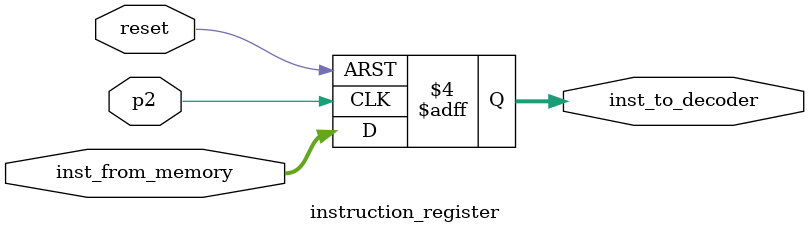
<source format=v>
module instruction_register (
	input p2, // if (p2 == 1'b1) then update all data
	input reset, // if (reset == 1'b1) then format all data
	input [15:0] inst_from_memory,
	output reg [15:0] inst_to_decoder);
	
	always @(posedge p2 or negedge reset) begin
		if (reset == 1'b0) begin
			inst_to_decoder <= 16'b0000000000000000;
		end else if (p2 == 1'b1) begin
			inst_to_decoder <= inst_from_memory;
		end
	end
	
endmodule	
	
</source>
